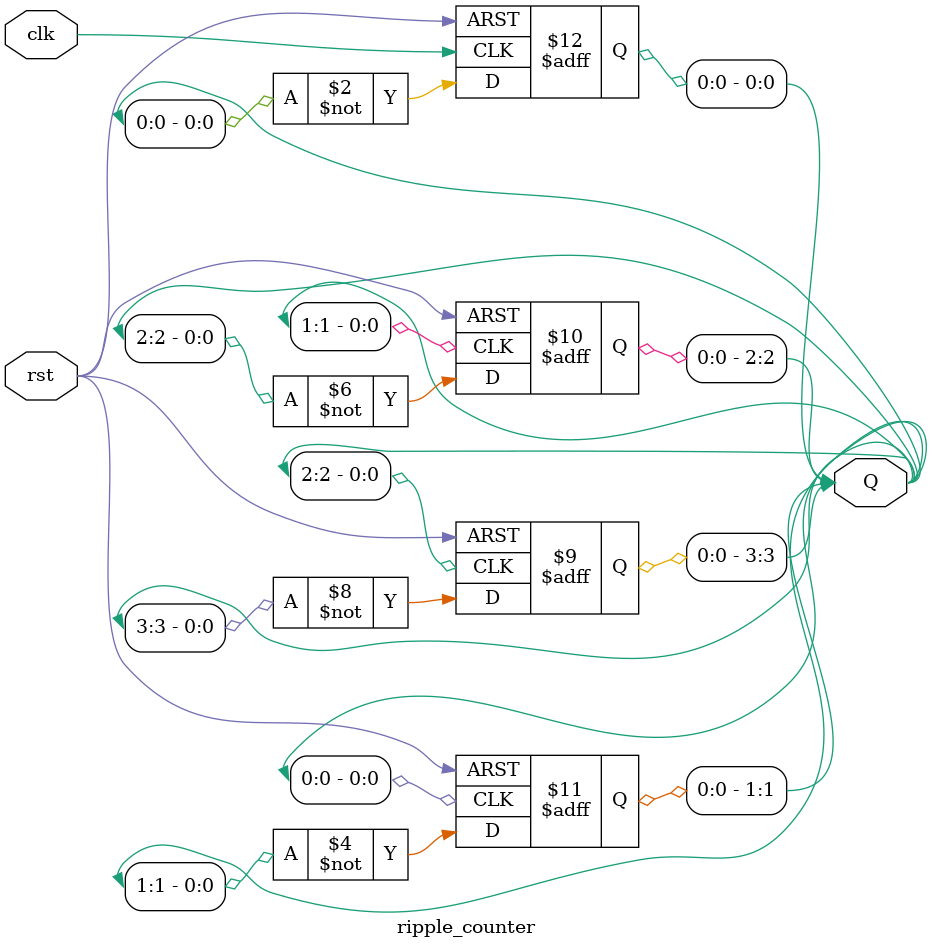
<source format=v>
module ripple_counter (
    input wire clk,
    input wire rst,
    output reg [3:0] Q
);

always @(posedge clk or posedge rst) begin
    if (rst)
        Q[0] <= 1'b0;
    else
        Q[0] <= ~Q[0];
end

always @(posedge Q[0] or posedge rst) begin
    if (rst)
        Q[1] <= 1'b0;
    else
        Q[1] <= ~Q[1];
end

always @(posedge Q[1] or posedge rst) begin
    if (rst)
        Q[2] <= 1'b0;
    else
        Q[2] <= ~Q[2];
end

always @(posedge Q[2] or posedge rst) begin
    if (rst)
        Q[3] <= 1'b0;
    else
        Q[3] <= ~Q[3];
end
endmodule
</source>
